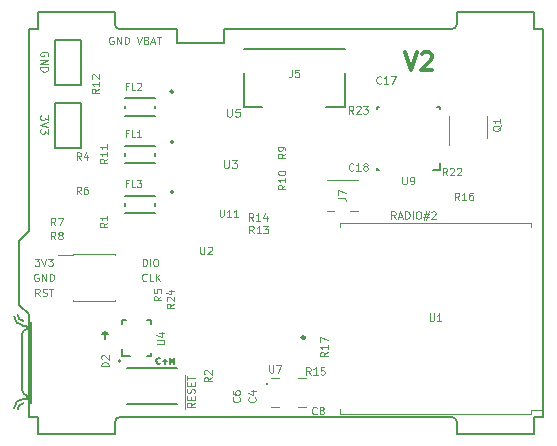
<source format=gbr>
%TF.GenerationSoftware,KiCad,Pcbnew,5.0.2-bee76a0~70~ubuntu18.04.1*%
%TF.CreationDate,2020-02-29T17:46:36-08:00*%
%TF.ProjectId,mainboard,6d61696e-626f-4617-9264-2e6b69636164,rev?*%
%TF.SameCoordinates,Original*%
%TF.FileFunction,Legend,Top*%
%TF.FilePolarity,Positive*%
%FSLAX46Y46*%
G04 Gerber Fmt 4.6, Leading zero omitted, Abs format (unit mm)*
G04 Created by KiCad (PCBNEW 5.0.2-bee76a0~70~ubuntu18.04.1) date Sat 29 Feb 2020 05:46:36 PM PST*
%MOMM*%
%LPD*%
G01*
G04 APERTURE LIST*
%ADD10C,0.300000*%
%ADD11C,0.076200*%
%ADD12C,0.150000*%
%ADD13C,0.127000*%
%ADD14C,0.203200*%
%ADD15C,0.120000*%
%ADD16C,0.100000*%
%ADD17C,0.254000*%
%ADD18C,0.200000*%
%ADD19C,0.152400*%
%ADD20C,0.070000*%
%ADD21C,0.060000*%
G04 APERTURE END LIST*
D10*
X109185714Y-76328571D02*
X109685714Y-77828571D01*
X110185714Y-76328571D01*
X110614285Y-76471428D02*
X110685714Y-76400000D01*
X110828571Y-76328571D01*
X111185714Y-76328571D01*
X111328571Y-76400000D01*
X111400000Y-76471428D01*
X111471428Y-76614285D01*
X111471428Y-76757142D01*
X111400000Y-76971428D01*
X110542857Y-77828571D01*
X111471428Y-77828571D01*
D11*
X78930500Y-76668690D02*
X78960738Y-76608214D01*
X78960738Y-76517500D01*
X78930500Y-76426785D01*
X78870023Y-76366309D01*
X78809547Y-76336071D01*
X78688595Y-76305833D01*
X78597880Y-76305833D01*
X78476928Y-76336071D01*
X78416452Y-76366309D01*
X78355976Y-76426785D01*
X78325738Y-76517500D01*
X78325738Y-76577976D01*
X78355976Y-76668690D01*
X78386214Y-76698928D01*
X78597880Y-76698928D01*
X78597880Y-76577976D01*
X78325738Y-76971071D02*
X78960738Y-76971071D01*
X78325738Y-77333928D01*
X78960738Y-77333928D01*
X78325738Y-77636309D02*
X78960738Y-77636309D01*
X78960738Y-77787500D01*
X78930500Y-77878214D01*
X78870023Y-77938690D01*
X78809547Y-77968928D01*
X78688595Y-77999166D01*
X78597880Y-77999166D01*
X78476928Y-77968928D01*
X78416452Y-77938690D01*
X78355976Y-77878214D01*
X78325738Y-77787500D01*
X78325738Y-77636309D01*
X78960738Y-81700309D02*
X78960738Y-82093404D01*
X78718833Y-81881738D01*
X78718833Y-81972452D01*
X78688595Y-82032928D01*
X78658357Y-82063166D01*
X78597880Y-82093404D01*
X78446690Y-82093404D01*
X78386214Y-82063166D01*
X78355976Y-82032928D01*
X78325738Y-81972452D01*
X78325738Y-81791023D01*
X78355976Y-81730547D01*
X78386214Y-81700309D01*
X78960738Y-82274833D02*
X78325738Y-82486500D01*
X78960738Y-82698166D01*
X78960738Y-82849357D02*
X78960738Y-83242452D01*
X78718833Y-83030785D01*
X78718833Y-83121500D01*
X78688595Y-83181976D01*
X78658357Y-83212214D01*
X78597880Y-83242452D01*
X78446690Y-83242452D01*
X78386214Y-83212214D01*
X78355976Y-83181976D01*
X78325738Y-83121500D01*
X78325738Y-82940071D01*
X78355976Y-82879595D01*
X78386214Y-82849357D01*
D12*
X120902460Y-74415942D02*
X120102459Y-74415941D01*
X85102460Y-74415941D02*
G75*
G02X84602460Y-73915941I0J500000D01*
G01*
X113602459Y-73915941D02*
G75*
G02X113102459Y-74415941I-500000J0D01*
G01*
X113102459Y-107215941D02*
G75*
G02X113602459Y-107715941I0J-500000D01*
G01*
X84602460Y-107715941D02*
G75*
G02X85102460Y-107215941I500000J0D01*
G01*
X77340460Y-91475941D02*
X76502460Y-92313941D01*
X77340460Y-98555940D02*
X76502460Y-97790000D01*
X120102460Y-72915941D02*
X113602460Y-72915941D01*
X113602459Y-107715941D02*
X113602460Y-108715941D01*
X85102460Y-107215941D02*
X113102459Y-107215941D01*
X84602460Y-108715941D02*
X84602460Y-107715941D01*
X113602460Y-108715941D02*
X120102459Y-108715940D01*
X113102459Y-74415941D02*
X93872460Y-74415941D01*
X113602460Y-72915941D02*
X113602459Y-73915941D01*
X78102460Y-72915941D02*
X78102460Y-74415941D01*
X93872460Y-74415941D02*
X93872460Y-75565000D01*
X93872460Y-75565000D02*
X89872460Y-75565000D01*
X78102460Y-74415941D02*
X77340460Y-74415941D01*
X77340460Y-74415941D02*
X77340460Y-91475941D01*
X120102460Y-107215940D02*
X120902460Y-107215940D01*
X120102459Y-74415941D02*
X120102460Y-72915941D01*
X89872460Y-75565000D02*
X89872460Y-74415941D01*
X84602460Y-72915941D02*
X78102460Y-72915941D01*
X84602460Y-73915941D02*
X84602460Y-72915941D01*
X89872460Y-74415941D02*
X85102460Y-74415941D01*
X76502460Y-92313941D02*
X76502460Y-97790000D01*
X120902460Y-107215940D02*
X120902460Y-74415942D01*
X78102460Y-107215940D02*
X78102460Y-108715940D01*
X120102459Y-108715940D02*
X120102460Y-107215940D01*
X77340460Y-98555940D02*
X77340460Y-107215940D01*
X78102460Y-108715940D02*
X84602460Y-108715941D01*
X77340460Y-107215940D02*
X78102460Y-107215940D01*
D13*
X88452476Y-102670428D02*
X88428285Y-102694619D01*
X88355714Y-102718809D01*
X88307333Y-102718809D01*
X88234761Y-102694619D01*
X88186380Y-102646238D01*
X88162190Y-102597857D01*
X88138000Y-102501095D01*
X88138000Y-102428523D01*
X88162190Y-102331761D01*
X88186380Y-102283380D01*
X88234761Y-102235000D01*
X88307333Y-102210809D01*
X88355714Y-102210809D01*
X88428285Y-102235000D01*
X88452476Y-102259190D01*
X88670190Y-102525285D02*
X89057238Y-102525285D01*
X88863714Y-102718809D02*
X88863714Y-102331761D01*
X89299142Y-102718809D02*
X89299142Y-102210809D01*
X89468476Y-102573666D01*
X89637809Y-102210809D01*
X89637809Y-102718809D01*
D11*
X108409014Y-90457261D02*
X108197347Y-90154880D01*
X108046157Y-90457261D02*
X108046157Y-89822261D01*
X108288061Y-89822261D01*
X108348538Y-89852500D01*
X108378776Y-89882738D01*
X108409014Y-89943214D01*
X108409014Y-90033928D01*
X108378776Y-90094404D01*
X108348538Y-90124642D01*
X108288061Y-90154880D01*
X108046157Y-90154880D01*
X108650919Y-90275833D02*
X108953300Y-90275833D01*
X108590442Y-90457261D02*
X108802109Y-89822261D01*
X109013776Y-90457261D01*
X109225442Y-90457261D02*
X109225442Y-89822261D01*
X109376633Y-89822261D01*
X109467347Y-89852500D01*
X109527823Y-89912976D01*
X109558061Y-89973452D01*
X109588300Y-90094404D01*
X109588300Y-90185119D01*
X109558061Y-90306071D01*
X109527823Y-90366547D01*
X109467347Y-90427023D01*
X109376633Y-90457261D01*
X109225442Y-90457261D01*
X109860442Y-90457261D02*
X109860442Y-89822261D01*
X110283776Y-89822261D02*
X110404728Y-89822261D01*
X110465204Y-89852500D01*
X110525680Y-89912976D01*
X110555919Y-90033928D01*
X110555919Y-90245595D01*
X110525680Y-90366547D01*
X110465204Y-90427023D01*
X110404728Y-90457261D01*
X110283776Y-90457261D01*
X110223300Y-90427023D01*
X110162823Y-90366547D01*
X110132585Y-90245595D01*
X110132585Y-90033928D01*
X110162823Y-89912976D01*
X110223300Y-89852500D01*
X110283776Y-89822261D01*
X110797823Y-90033928D02*
X111251395Y-90033928D01*
X110979252Y-89761785D02*
X110797823Y-90578214D01*
X111190919Y-90306071D02*
X110737347Y-90306071D01*
X111009490Y-90578214D02*
X111190919Y-89761785D01*
X111432823Y-89882738D02*
X111463061Y-89852500D01*
X111523538Y-89822261D01*
X111674728Y-89822261D01*
X111735204Y-89852500D01*
X111765442Y-89882738D01*
X111795680Y-89943214D01*
X111795680Y-90003690D01*
X111765442Y-90094404D01*
X111402585Y-90457261D01*
X111795680Y-90457261D01*
X90528140Y-106541509D02*
X90528140Y-105906509D01*
X91371661Y-106027461D02*
X91069280Y-106239128D01*
X91371661Y-106390319D02*
X90736661Y-106390319D01*
X90736661Y-106148414D01*
X90766900Y-106087938D01*
X90797138Y-106057700D01*
X90857614Y-106027461D01*
X90948328Y-106027461D01*
X91008804Y-106057700D01*
X91039042Y-106087938D01*
X91069280Y-106148414D01*
X91069280Y-106390319D01*
X90528140Y-105906509D02*
X90528140Y-105331985D01*
X91039042Y-105755319D02*
X91039042Y-105543652D01*
X91371661Y-105452938D02*
X91371661Y-105755319D01*
X90736661Y-105755319D01*
X90736661Y-105452938D01*
X90528140Y-105331985D02*
X90528140Y-104727223D01*
X91341423Y-105211033D02*
X91371661Y-105120319D01*
X91371661Y-104969128D01*
X91341423Y-104908652D01*
X91311185Y-104878414D01*
X91250709Y-104848176D01*
X91190233Y-104848176D01*
X91129757Y-104878414D01*
X91099519Y-104908652D01*
X91069280Y-104969128D01*
X91039042Y-105090080D01*
X91008804Y-105150557D01*
X90978566Y-105180795D01*
X90918090Y-105211033D01*
X90857614Y-105211033D01*
X90797138Y-105180795D01*
X90766900Y-105150557D01*
X90736661Y-105090080D01*
X90736661Y-104938890D01*
X90766900Y-104848176D01*
X90528140Y-104727223D02*
X90528140Y-104152700D01*
X91039042Y-104576033D02*
X91039042Y-104364366D01*
X91371661Y-104273652D02*
X91371661Y-104576033D01*
X90736661Y-104576033D01*
X90736661Y-104273652D01*
X90528140Y-104152700D02*
X90528140Y-103668890D01*
X90736661Y-104092223D02*
X90736661Y-103729366D01*
X91371661Y-103910795D02*
X90736661Y-103910795D01*
X84479190Y-75057000D02*
X84418714Y-75026761D01*
X84328000Y-75026761D01*
X84237285Y-75057000D01*
X84176809Y-75117476D01*
X84146571Y-75177952D01*
X84116333Y-75298904D01*
X84116333Y-75389619D01*
X84146571Y-75510571D01*
X84176809Y-75571047D01*
X84237285Y-75631523D01*
X84328000Y-75661761D01*
X84388476Y-75661761D01*
X84479190Y-75631523D01*
X84509428Y-75601285D01*
X84509428Y-75389619D01*
X84388476Y-75389619D01*
X84781571Y-75661761D02*
X84781571Y-75026761D01*
X85144428Y-75661761D01*
X85144428Y-75026761D01*
X85446809Y-75661761D02*
X85446809Y-75026761D01*
X85598000Y-75026761D01*
X85688714Y-75057000D01*
X85749190Y-75117476D01*
X85779428Y-75177952D01*
X85809666Y-75298904D01*
X85809666Y-75389619D01*
X85779428Y-75510571D01*
X85749190Y-75571047D01*
X85688714Y-75631523D01*
X85598000Y-75661761D01*
X85446809Y-75661761D01*
X86459785Y-75026761D02*
X86671452Y-75661761D01*
X86883119Y-75026761D01*
X87306452Y-75329142D02*
X87397166Y-75359380D01*
X87427404Y-75389619D01*
X87457642Y-75450095D01*
X87457642Y-75540809D01*
X87427404Y-75601285D01*
X87397166Y-75631523D01*
X87336690Y-75661761D01*
X87094785Y-75661761D01*
X87094785Y-75026761D01*
X87306452Y-75026761D01*
X87366928Y-75057000D01*
X87397166Y-75087238D01*
X87427404Y-75147714D01*
X87427404Y-75208190D01*
X87397166Y-75268666D01*
X87366928Y-75298904D01*
X87306452Y-75329142D01*
X87094785Y-75329142D01*
X87699547Y-75480333D02*
X88001928Y-75480333D01*
X87639071Y-75661761D02*
X87850738Y-75026761D01*
X88062404Y-75661761D01*
X88183357Y-75026761D02*
X88546214Y-75026761D01*
X88364785Y-75661761D02*
X88364785Y-75026761D01*
X78265261Y-96997761D02*
X78053595Y-96695380D01*
X77902404Y-96997761D02*
X77902404Y-96362761D01*
X78144309Y-96362761D01*
X78204785Y-96393000D01*
X78235023Y-96423238D01*
X78265261Y-96483714D01*
X78265261Y-96574428D01*
X78235023Y-96634904D01*
X78204785Y-96665142D01*
X78144309Y-96695380D01*
X77902404Y-96695380D01*
X78507166Y-96967523D02*
X78597880Y-96997761D01*
X78749071Y-96997761D01*
X78809547Y-96967523D01*
X78839785Y-96937285D01*
X78870023Y-96876809D01*
X78870023Y-96816333D01*
X78839785Y-96755857D01*
X78809547Y-96725619D01*
X78749071Y-96695380D01*
X78628119Y-96665142D01*
X78567642Y-96634904D01*
X78537404Y-96604666D01*
X78507166Y-96544190D01*
X78507166Y-96483714D01*
X78537404Y-96423238D01*
X78567642Y-96393000D01*
X78628119Y-96362761D01*
X78779309Y-96362761D01*
X78870023Y-96393000D01*
X79051452Y-96362761D02*
X79414309Y-96362761D01*
X79232880Y-96997761D02*
X79232880Y-96362761D01*
D14*
X85090000Y-102489000D02*
G75*
G03X85090000Y-102489000I-63500J0D01*
G01*
D11*
X78129190Y-95123000D02*
X78068714Y-95092761D01*
X77978000Y-95092761D01*
X77887285Y-95123000D01*
X77826809Y-95183476D01*
X77796571Y-95243952D01*
X77766333Y-95364904D01*
X77766333Y-95455619D01*
X77796571Y-95576571D01*
X77826809Y-95637047D01*
X77887285Y-95697523D01*
X77978000Y-95727761D01*
X78038476Y-95727761D01*
X78129190Y-95697523D01*
X78159428Y-95667285D01*
X78159428Y-95455619D01*
X78038476Y-95455619D01*
X78431571Y-95727761D02*
X78431571Y-95092761D01*
X78794428Y-95727761D01*
X78794428Y-95092761D01*
X79096809Y-95727761D02*
X79096809Y-95092761D01*
X79248000Y-95092761D01*
X79338714Y-95123000D01*
X79399190Y-95183476D01*
X79429428Y-95243952D01*
X79459666Y-95364904D01*
X79459666Y-95455619D01*
X79429428Y-95576571D01*
X79399190Y-95637047D01*
X79338714Y-95697523D01*
X79248000Y-95727761D01*
X79096809Y-95727761D01*
D14*
X83809840Y-100647500D02*
X83809840Y-100203000D01*
D12*
X83555840Y-100203000D02*
X83809840Y-99999800D01*
X83809840Y-99999800D02*
X84063840Y-100203000D01*
X84063840Y-100203000D02*
X83860640Y-100203000D01*
X83809840Y-100203000D02*
X83555840Y-100203000D01*
D11*
X77826809Y-93822761D02*
X78219904Y-93822761D01*
X78008238Y-94064666D01*
X78098952Y-94064666D01*
X78159428Y-94094904D01*
X78189666Y-94125142D01*
X78219904Y-94185619D01*
X78219904Y-94336809D01*
X78189666Y-94397285D01*
X78159428Y-94427523D01*
X78098952Y-94457761D01*
X77917523Y-94457761D01*
X77857047Y-94427523D01*
X77826809Y-94397285D01*
X78401333Y-93822761D02*
X78613000Y-94457761D01*
X78824666Y-93822761D01*
X78975857Y-93822761D02*
X79368952Y-93822761D01*
X79157285Y-94064666D01*
X79248000Y-94064666D01*
X79308476Y-94094904D01*
X79338714Y-94125142D01*
X79368952Y-94185619D01*
X79368952Y-94336809D01*
X79338714Y-94397285D01*
X79308476Y-94427523D01*
X79248000Y-94457761D01*
X79066571Y-94457761D01*
X79006095Y-94427523D01*
X78975857Y-94397285D01*
X87315523Y-95667285D02*
X87285285Y-95697523D01*
X87194571Y-95727761D01*
X87134095Y-95727761D01*
X87043380Y-95697523D01*
X86982904Y-95637047D01*
X86952666Y-95576571D01*
X86922428Y-95455619D01*
X86922428Y-95364904D01*
X86952666Y-95243952D01*
X86982904Y-95183476D01*
X87043380Y-95123000D01*
X87134095Y-95092761D01*
X87194571Y-95092761D01*
X87285285Y-95123000D01*
X87315523Y-95153238D01*
X87890047Y-95727761D02*
X87587666Y-95727761D01*
X87587666Y-95092761D01*
X88101714Y-95727761D02*
X88101714Y-95092761D01*
X88464571Y-95727761D02*
X88192428Y-95364904D01*
X88464571Y-95092761D02*
X88101714Y-95455619D01*
X86979880Y-94457761D02*
X86979880Y-93822761D01*
X87131071Y-93822761D01*
X87221785Y-93853000D01*
X87282261Y-93913476D01*
X87312500Y-93973952D01*
X87342738Y-94094904D01*
X87342738Y-94185619D01*
X87312500Y-94306571D01*
X87282261Y-94367047D01*
X87221785Y-94427523D01*
X87131071Y-94457761D01*
X86979880Y-94457761D01*
X87614880Y-94457761D02*
X87614880Y-93822761D01*
X88038214Y-93822761D02*
X88159166Y-93822761D01*
X88219642Y-93853000D01*
X88280119Y-93913476D01*
X88310357Y-94034428D01*
X88310357Y-94246095D01*
X88280119Y-94367047D01*
X88219642Y-94427523D01*
X88159166Y-94457761D01*
X88038214Y-94457761D01*
X87977738Y-94427523D01*
X87917261Y-94367047D01*
X87887023Y-94246095D01*
X87887023Y-94034428D01*
X87917261Y-93913476D01*
X87977738Y-93853000D01*
X88038214Y-93822761D01*
D12*
X81745000Y-79100000D02*
X79545000Y-79100000D01*
X81745000Y-75300000D02*
X81745000Y-79100000D01*
X79545000Y-75300000D02*
X81745000Y-75300000D01*
X79545000Y-79100000D02*
X79545000Y-75300000D01*
X81745000Y-84450000D02*
X79545000Y-84450000D01*
X81745000Y-80650000D02*
X81745000Y-84450000D01*
X79545000Y-80650000D02*
X81745000Y-80650000D01*
X79545000Y-84450000D02*
X79545000Y-80650000D01*
D14*
X112117500Y-86330000D02*
X111558700Y-86330000D01*
X112117500Y-85771200D02*
X112117500Y-86330000D01*
X106986700Y-86330000D02*
X106783500Y-86330000D01*
X106783500Y-86126800D02*
X106783500Y-86330000D01*
X106783500Y-80996000D02*
X106783500Y-81199200D01*
X106986700Y-80996000D02*
X106783500Y-80996000D01*
X112117500Y-80996000D02*
X112117500Y-81199200D01*
X112117500Y-80996000D02*
X111914300Y-80996000D01*
D15*
X112880500Y-81777000D02*
X112880500Y-84227000D01*
X116100500Y-83577000D02*
X116100500Y-81777000D01*
X84632500Y-97340500D02*
X84632500Y-97405500D01*
X81102500Y-97340500D02*
X81102500Y-97405500D01*
X84632500Y-93475500D02*
X84632500Y-93540500D01*
X81102500Y-93475500D02*
X81102500Y-93540500D01*
X79777500Y-93540500D02*
X81102500Y-93540500D01*
X81102500Y-97405500D02*
X84632500Y-97405500D01*
X81102500Y-93475500D02*
X84632500Y-93475500D01*
D16*
X105186000Y-89768200D02*
X104567330Y-89768200D01*
X102586000Y-89768200D02*
X103204670Y-89768200D01*
X102586000Y-87168200D02*
X105186000Y-87168200D01*
D17*
X100697800Y-100515300D02*
G75*
G03X100697800Y-100515300I-125000J0D01*
G01*
D15*
X119860000Y-106982200D02*
X103660000Y-106982200D01*
X103660000Y-106982200D02*
X103660000Y-106582200D01*
X119860000Y-91182200D02*
X119860000Y-90782200D01*
X119860000Y-90782200D02*
X103660000Y-90782200D01*
X103660000Y-90782200D02*
X103660000Y-91182200D01*
X119860000Y-106982200D02*
X119860000Y-106632200D01*
X119860000Y-106632200D02*
X120760000Y-106632200D01*
D16*
X97514000Y-104406000D02*
G75*
G02X97414000Y-104406000I-50000J0D01*
G01*
X97414000Y-104406000D02*
G75*
G02X97514000Y-104406000I50000J0D01*
G01*
X97414000Y-104406000D02*
X97414000Y-104406000D01*
X97514000Y-104406000D02*
X97514000Y-104406000D01*
X98514000Y-103906000D02*
X97814000Y-103906000D01*
X100814000Y-103906000D02*
X100114000Y-103906000D01*
X100114000Y-106406000D02*
X100814000Y-106406000D01*
X98514000Y-106406000D02*
X97814000Y-106406000D01*
D18*
X104072000Y-76082500D02*
X95572000Y-76082500D01*
X104072000Y-80962500D02*
X104072000Y-78112500D01*
X95572000Y-80962500D02*
X95572000Y-78112500D01*
X104072000Y-80962500D02*
X102522000Y-80962500D01*
X95572000Y-80962500D02*
X97122000Y-80962500D01*
D13*
X76887300Y-99088700D02*
X76837300Y-99088700D01*
X77537300Y-99159700D02*
X77537300Y-106017700D01*
X76887300Y-99088700D02*
G75*
G02X76387300Y-98588700I0J500000D01*
G01*
X76087300Y-98688700D02*
G75*
G03X76887300Y-99488700I800000J0D01*
G01*
X76887300Y-99488700D02*
X77187300Y-99488700D01*
X77187300Y-99488700D02*
X77187300Y-99788700D01*
X77187300Y-99788700D02*
G75*
G03X76787300Y-100188700I0J-400000D01*
G01*
X76887300Y-106088700D02*
X76837300Y-106088700D01*
X76887300Y-106088700D02*
G75*
G03X76387300Y-106588700I0J-500000D01*
G01*
X76087300Y-106488700D02*
G75*
G02X76887300Y-105688700I800000J0D01*
G01*
X76887300Y-105688700D02*
X77187300Y-105688700D01*
X77187300Y-105688700D02*
X77187300Y-105388700D01*
X77187300Y-105388700D02*
G75*
G02X76787300Y-104988700I0J400000D01*
G01*
X76787300Y-100188700D02*
X76787300Y-104888700D01*
D19*
X87711999Y-102109001D02*
X87711999Y-101784000D01*
X87711999Y-102109001D02*
X87386998Y-102109001D01*
X87711999Y-99058999D02*
X87386998Y-99058999D01*
X87711999Y-99384000D02*
X87711999Y-99058999D01*
X85587002Y-99058999D02*
X85262001Y-99058999D01*
X85262001Y-99384000D02*
X85262001Y-99058999D01*
X85887001Y-102109001D02*
X85262001Y-102109001D01*
X85262001Y-102109001D02*
X85262001Y-101484001D01*
D14*
X89857000Y-106173400D02*
X85657000Y-106173400D01*
X85657000Y-103122600D02*
X89857000Y-103122600D01*
D12*
X88000000Y-85750000D02*
X85500000Y-85750000D01*
X85500000Y-84250000D02*
X88000000Y-84250000D01*
X85500000Y-85100000D02*
X85500000Y-84900000D01*
X88000000Y-85100000D02*
X88000000Y-84900000D01*
X88000000Y-81750000D02*
X85500000Y-81750000D01*
X85500000Y-80250000D02*
X88000000Y-80250000D01*
X85500000Y-81100000D02*
X85500000Y-80900000D01*
X88000000Y-81100000D02*
X88000000Y-80900000D01*
X88000000Y-89350000D02*
X88000000Y-89150000D01*
X85500000Y-89350000D02*
X85500000Y-89150000D01*
X85500000Y-88500000D02*
X88000000Y-88500000D01*
X88000000Y-90000000D02*
X85500000Y-90000000D01*
X89591421Y-83950000D02*
G75*
G03X89591421Y-83950000I-141421J0D01*
G01*
X89591421Y-79700000D02*
G75*
G03X89591421Y-79700000I-141421J0D01*
G01*
X89591421Y-88200000D02*
G75*
G03X89591421Y-88200000I-141421J0D01*
G01*
D11*
X108976220Y-86901261D02*
X108976220Y-87415309D01*
X109006458Y-87475785D01*
X109036696Y-87506023D01*
X109097172Y-87536261D01*
X109218125Y-87536261D01*
X109278601Y-87506023D01*
X109308839Y-87475785D01*
X109339077Y-87415309D01*
X109339077Y-86901261D01*
X109671696Y-87536261D02*
X109792649Y-87536261D01*
X109853125Y-87506023D01*
X109883363Y-87475785D01*
X109943839Y-87385071D01*
X109974077Y-87264119D01*
X109974077Y-87022214D01*
X109943839Y-86961738D01*
X109913601Y-86931500D01*
X109853125Y-86901261D01*
X109732172Y-86901261D01*
X109671696Y-86931500D01*
X109641458Y-86961738D01*
X109611220Y-87022214D01*
X109611220Y-87173404D01*
X109641458Y-87233880D01*
X109671696Y-87264119D01*
X109732172Y-87294357D01*
X109853125Y-87294357D01*
X109913601Y-87264119D01*
X109943839Y-87233880D01*
X109974077Y-87173404D01*
X104825785Y-81540261D02*
X104614119Y-81237880D01*
X104462928Y-81540261D02*
X104462928Y-80905261D01*
X104704833Y-80905261D01*
X104765309Y-80935500D01*
X104795547Y-80965738D01*
X104825785Y-81026214D01*
X104825785Y-81116928D01*
X104795547Y-81177404D01*
X104765309Y-81207642D01*
X104704833Y-81237880D01*
X104462928Y-81237880D01*
X105067690Y-80965738D02*
X105097928Y-80935500D01*
X105158404Y-80905261D01*
X105309595Y-80905261D01*
X105370071Y-80935500D01*
X105400309Y-80965738D01*
X105430547Y-81026214D01*
X105430547Y-81086690D01*
X105400309Y-81177404D01*
X105037452Y-81540261D01*
X105430547Y-81540261D01*
X105642214Y-80905261D02*
X106035309Y-80905261D01*
X105823642Y-81147166D01*
X105914357Y-81147166D01*
X105974833Y-81177404D01*
X106005071Y-81207642D01*
X106035309Y-81268119D01*
X106035309Y-81419309D01*
X106005071Y-81479785D01*
X105974833Y-81510023D01*
X105914357Y-81540261D01*
X105732928Y-81540261D01*
X105672452Y-81510023D01*
X105642214Y-81479785D01*
X112748785Y-86774261D02*
X112537119Y-86471880D01*
X112385928Y-86774261D02*
X112385928Y-86139261D01*
X112627833Y-86139261D01*
X112688309Y-86169500D01*
X112718547Y-86199738D01*
X112748785Y-86260214D01*
X112748785Y-86350928D01*
X112718547Y-86411404D01*
X112688309Y-86441642D01*
X112627833Y-86471880D01*
X112385928Y-86471880D01*
X112990690Y-86199738D02*
X113020928Y-86169500D01*
X113081404Y-86139261D01*
X113232595Y-86139261D01*
X113293071Y-86169500D01*
X113323309Y-86199738D01*
X113353547Y-86260214D01*
X113353547Y-86320690D01*
X113323309Y-86411404D01*
X112960452Y-86774261D01*
X113353547Y-86774261D01*
X113595452Y-86199738D02*
X113625690Y-86169500D01*
X113686166Y-86139261D01*
X113837357Y-86139261D01*
X113897833Y-86169500D01*
X113928071Y-86199738D01*
X113958309Y-86260214D01*
X113958309Y-86320690D01*
X113928071Y-86411404D01*
X113565214Y-86774261D01*
X113958309Y-86774261D01*
X117314738Y-82546976D02*
X117284500Y-82607452D01*
X117224023Y-82667928D01*
X117133309Y-82758642D01*
X117103071Y-82819119D01*
X117103071Y-82879595D01*
X117254261Y-82849357D02*
X117224023Y-82909833D01*
X117163547Y-82970309D01*
X117042595Y-83000547D01*
X116830928Y-83000547D01*
X116709976Y-82970309D01*
X116649500Y-82909833D01*
X116619261Y-82849357D01*
X116619261Y-82728404D01*
X116649500Y-82667928D01*
X116709976Y-82607452D01*
X116830928Y-82577214D01*
X117042595Y-82577214D01*
X117163547Y-82607452D01*
X117224023Y-82667928D01*
X117254261Y-82728404D01*
X117254261Y-82849357D01*
X117254261Y-81972452D02*
X117254261Y-82335309D01*
X117254261Y-82153880D02*
X116619261Y-82153880D01*
X116709976Y-82214357D01*
X116770452Y-82274833D01*
X116800690Y-82335309D01*
X107160785Y-78960785D02*
X107130547Y-78991023D01*
X107039833Y-79021261D01*
X106979357Y-79021261D01*
X106888642Y-78991023D01*
X106828166Y-78930547D01*
X106797928Y-78870071D01*
X106767690Y-78749119D01*
X106767690Y-78658404D01*
X106797928Y-78537452D01*
X106828166Y-78476976D01*
X106888642Y-78416500D01*
X106979357Y-78386261D01*
X107039833Y-78386261D01*
X107130547Y-78416500D01*
X107160785Y-78446738D01*
X107765547Y-79021261D02*
X107402690Y-79021261D01*
X107584119Y-79021261D02*
X107584119Y-78386261D01*
X107523642Y-78476976D01*
X107463166Y-78537452D01*
X107402690Y-78567690D01*
X107977214Y-78386261D02*
X108400547Y-78386261D01*
X108128404Y-79021261D01*
X104825785Y-86319785D02*
X104795547Y-86350023D01*
X104704833Y-86380261D01*
X104644357Y-86380261D01*
X104553642Y-86350023D01*
X104493166Y-86289547D01*
X104462928Y-86229071D01*
X104432690Y-86108119D01*
X104432690Y-86017404D01*
X104462928Y-85896452D01*
X104493166Y-85835976D01*
X104553642Y-85775500D01*
X104644357Y-85745261D01*
X104704833Y-85745261D01*
X104795547Y-85775500D01*
X104825785Y-85805738D01*
X105430547Y-86380261D02*
X105067690Y-86380261D01*
X105249119Y-86380261D02*
X105249119Y-85745261D01*
X105188642Y-85835976D01*
X105128166Y-85896452D01*
X105067690Y-85926690D01*
X105793404Y-86017404D02*
X105732928Y-85987166D01*
X105702690Y-85956928D01*
X105672452Y-85896452D01*
X105672452Y-85866214D01*
X105702690Y-85805738D01*
X105732928Y-85775500D01*
X105793404Y-85745261D01*
X105914357Y-85745261D01*
X105974833Y-85775500D01*
X106005071Y-85805738D01*
X106035309Y-85866214D01*
X106035309Y-85896452D01*
X106005071Y-85956928D01*
X105974833Y-85987166D01*
X105914357Y-86017404D01*
X105793404Y-86017404D01*
X105732928Y-86047642D01*
X105702690Y-86077880D01*
X105672452Y-86138357D01*
X105672452Y-86259309D01*
X105702690Y-86319785D01*
X105732928Y-86350023D01*
X105793404Y-86380261D01*
X105914357Y-86380261D01*
X105974833Y-86350023D01*
X106005071Y-86319785D01*
X106035309Y-86259309D01*
X106035309Y-86138357D01*
X106005071Y-86077880D01*
X105974833Y-86047642D01*
X105914357Y-86017404D01*
X102649261Y-101718214D02*
X102346880Y-101929880D01*
X102649261Y-102081071D02*
X102014261Y-102081071D01*
X102014261Y-101839166D01*
X102044500Y-101778690D01*
X102074738Y-101748452D01*
X102135214Y-101718214D01*
X102225928Y-101718214D01*
X102286404Y-101748452D01*
X102316642Y-101778690D01*
X102346880Y-101839166D01*
X102346880Y-102081071D01*
X102649261Y-101113452D02*
X102649261Y-101476309D01*
X102649261Y-101294880D02*
X102014261Y-101294880D01*
X102104976Y-101355357D01*
X102165452Y-101415833D01*
X102195690Y-101476309D01*
X102014261Y-100901785D02*
X102014261Y-100478452D01*
X102649261Y-100750595D01*
X113764785Y-88869761D02*
X113553119Y-88567380D01*
X113401928Y-88869761D02*
X113401928Y-88234761D01*
X113643833Y-88234761D01*
X113704309Y-88265000D01*
X113734547Y-88295238D01*
X113764785Y-88355714D01*
X113764785Y-88446428D01*
X113734547Y-88506904D01*
X113704309Y-88537142D01*
X113643833Y-88567380D01*
X113401928Y-88567380D01*
X114369547Y-88869761D02*
X114006690Y-88869761D01*
X114188119Y-88869761D02*
X114188119Y-88234761D01*
X114127642Y-88325476D01*
X114067166Y-88385952D01*
X114006690Y-88416190D01*
X114913833Y-88234761D02*
X114792880Y-88234761D01*
X114732404Y-88265000D01*
X114702166Y-88295238D01*
X114641690Y-88385952D01*
X114611452Y-88506904D01*
X114611452Y-88748809D01*
X114641690Y-88809285D01*
X114671928Y-88839523D01*
X114732404Y-88869761D01*
X114853357Y-88869761D01*
X114913833Y-88839523D01*
X114944071Y-88809285D01*
X114974309Y-88748809D01*
X114974309Y-88597619D01*
X114944071Y-88537142D01*
X114913833Y-88506904D01*
X114853357Y-88476666D01*
X114732404Y-88476666D01*
X114671928Y-88506904D01*
X114641690Y-88537142D01*
X114611452Y-88597619D01*
X101191785Y-103665261D02*
X100980119Y-103362880D01*
X100828928Y-103665261D02*
X100828928Y-103030261D01*
X101070833Y-103030261D01*
X101131309Y-103060500D01*
X101161547Y-103090738D01*
X101191785Y-103151214D01*
X101191785Y-103241928D01*
X101161547Y-103302404D01*
X101131309Y-103332642D01*
X101070833Y-103362880D01*
X100828928Y-103362880D01*
X101796547Y-103665261D02*
X101433690Y-103665261D01*
X101615119Y-103665261D02*
X101615119Y-103030261D01*
X101554642Y-103120976D01*
X101494166Y-103181452D01*
X101433690Y-103211690D01*
X102371071Y-103030261D02*
X102068690Y-103030261D01*
X102038452Y-103332642D01*
X102068690Y-103302404D01*
X102129166Y-103272166D01*
X102280357Y-103272166D01*
X102340833Y-103302404D01*
X102371071Y-103332642D01*
X102401309Y-103393119D01*
X102401309Y-103544309D01*
X102371071Y-103604785D01*
X102340833Y-103635023D01*
X102280357Y-103665261D01*
X102129166Y-103665261D01*
X102068690Y-103635023D01*
X102038452Y-103604785D01*
X96341785Y-90626761D02*
X96130119Y-90324380D01*
X95978928Y-90626761D02*
X95978928Y-89991761D01*
X96220833Y-89991761D01*
X96281309Y-90022000D01*
X96311547Y-90052238D01*
X96341785Y-90112714D01*
X96341785Y-90203428D01*
X96311547Y-90263904D01*
X96281309Y-90294142D01*
X96220833Y-90324380D01*
X95978928Y-90324380D01*
X96946547Y-90626761D02*
X96583690Y-90626761D01*
X96765119Y-90626761D02*
X96765119Y-89991761D01*
X96704642Y-90082476D01*
X96644166Y-90142952D01*
X96583690Y-90173190D01*
X97490833Y-90203428D02*
X97490833Y-90626761D01*
X97339642Y-89961523D02*
X97188452Y-90415095D01*
X97581547Y-90415095D01*
X96377285Y-91689761D02*
X96165619Y-91387380D01*
X96014428Y-91689761D02*
X96014428Y-91054761D01*
X96256333Y-91054761D01*
X96316809Y-91085000D01*
X96347047Y-91115238D01*
X96377285Y-91175714D01*
X96377285Y-91266428D01*
X96347047Y-91326904D01*
X96316809Y-91357142D01*
X96256333Y-91387380D01*
X96014428Y-91387380D01*
X96982047Y-91689761D02*
X96619190Y-91689761D01*
X96800619Y-91689761D02*
X96800619Y-91054761D01*
X96740142Y-91145476D01*
X96679666Y-91205952D01*
X96619190Y-91236190D01*
X97193714Y-91054761D02*
X97586809Y-91054761D01*
X97375142Y-91296666D01*
X97465857Y-91296666D01*
X97526333Y-91326904D01*
X97556571Y-91357142D01*
X97586809Y-91417619D01*
X97586809Y-91568809D01*
X97556571Y-91629285D01*
X97526333Y-91659523D01*
X97465857Y-91689761D01*
X97284428Y-91689761D01*
X97223952Y-91659523D01*
X97193714Y-91629285D01*
X83980261Y-90783833D02*
X83677880Y-90995500D01*
X83980261Y-91146690D02*
X83345261Y-91146690D01*
X83345261Y-90904785D01*
X83375500Y-90844309D01*
X83405738Y-90814071D01*
X83466214Y-90783833D01*
X83556928Y-90783833D01*
X83617404Y-90814071D01*
X83647642Y-90844309D01*
X83677880Y-90904785D01*
X83677880Y-91146690D01*
X83980261Y-90179071D02*
X83980261Y-90541928D01*
X83980261Y-90360500D02*
X83345261Y-90360500D01*
X83435976Y-90420976D01*
X83496452Y-90481452D01*
X83526690Y-90541928D01*
X83980261Y-85371214D02*
X83677880Y-85582880D01*
X83980261Y-85734071D02*
X83345261Y-85734071D01*
X83345261Y-85492166D01*
X83375500Y-85431690D01*
X83405738Y-85401452D01*
X83466214Y-85371214D01*
X83556928Y-85371214D01*
X83617404Y-85401452D01*
X83647642Y-85431690D01*
X83677880Y-85492166D01*
X83677880Y-85734071D01*
X83980261Y-84766452D02*
X83980261Y-85129309D01*
X83980261Y-84947880D02*
X83345261Y-84947880D01*
X83435976Y-85008357D01*
X83496452Y-85068833D01*
X83526690Y-85129309D01*
X83980261Y-84161690D02*
X83980261Y-84524547D01*
X83980261Y-84343119D02*
X83345261Y-84343119D01*
X83435976Y-84403595D01*
X83496452Y-84464071D01*
X83526690Y-84524547D01*
X83287261Y-79439714D02*
X82984880Y-79651380D01*
X83287261Y-79802571D02*
X82652261Y-79802571D01*
X82652261Y-79560666D01*
X82682500Y-79500190D01*
X82712738Y-79469952D01*
X82773214Y-79439714D01*
X82863928Y-79439714D01*
X82924404Y-79469952D01*
X82954642Y-79500190D01*
X82984880Y-79560666D01*
X82984880Y-79802571D01*
X83287261Y-78834952D02*
X83287261Y-79197809D01*
X83287261Y-79016380D02*
X82652261Y-79016380D01*
X82742976Y-79076857D01*
X82803452Y-79137333D01*
X82833690Y-79197809D01*
X82712738Y-78593047D02*
X82682500Y-78562809D01*
X82652261Y-78502333D01*
X82652261Y-78351142D01*
X82682500Y-78290666D01*
X82712738Y-78260428D01*
X82773214Y-78230190D01*
X82833690Y-78230190D01*
X82924404Y-78260428D01*
X83287261Y-78623285D01*
X83287261Y-78230190D01*
X99066261Y-87593714D02*
X98763880Y-87805380D01*
X99066261Y-87956571D02*
X98431261Y-87956571D01*
X98431261Y-87714666D01*
X98461500Y-87654190D01*
X98491738Y-87623952D01*
X98552214Y-87593714D01*
X98642928Y-87593714D01*
X98703404Y-87623952D01*
X98733642Y-87654190D01*
X98763880Y-87714666D01*
X98763880Y-87956571D01*
X99066261Y-86988952D02*
X99066261Y-87351809D01*
X99066261Y-87170380D02*
X98431261Y-87170380D01*
X98521976Y-87230857D01*
X98582452Y-87291333D01*
X98612690Y-87351809D01*
X98431261Y-86595857D02*
X98431261Y-86535380D01*
X98461500Y-86474904D01*
X98491738Y-86444666D01*
X98552214Y-86414428D01*
X98673166Y-86384190D01*
X98824357Y-86384190D01*
X98945309Y-86414428D01*
X99005785Y-86444666D01*
X99036023Y-86474904D01*
X99066261Y-86535380D01*
X99066261Y-86595857D01*
X99036023Y-86656333D01*
X99005785Y-86686571D01*
X98945309Y-86716809D01*
X98824357Y-86747047D01*
X98673166Y-86747047D01*
X98552214Y-86716809D01*
X98491738Y-86686571D01*
X98461500Y-86656333D01*
X98431261Y-86595857D01*
X99066261Y-84941833D02*
X98763880Y-85153500D01*
X99066261Y-85304690D02*
X98431261Y-85304690D01*
X98431261Y-85062785D01*
X98461500Y-85002309D01*
X98491738Y-84972071D01*
X98552214Y-84941833D01*
X98642928Y-84941833D01*
X98703404Y-84972071D01*
X98733642Y-85002309D01*
X98763880Y-85062785D01*
X98763880Y-85304690D01*
X99066261Y-84639452D02*
X99066261Y-84518500D01*
X99036023Y-84458023D01*
X99005785Y-84427785D01*
X98915071Y-84367309D01*
X98794119Y-84337071D01*
X98552214Y-84337071D01*
X98491738Y-84367309D01*
X98461500Y-84397547D01*
X98431261Y-84458023D01*
X98431261Y-84578976D01*
X98461500Y-84639452D01*
X98491738Y-84669690D01*
X98552214Y-84699928D01*
X98703404Y-84699928D01*
X98763880Y-84669690D01*
X98794119Y-84639452D01*
X98824357Y-84578976D01*
X98824357Y-84458023D01*
X98794119Y-84397547D01*
X98763880Y-84367309D01*
X98703404Y-84337071D01*
X103538261Y-88679866D02*
X103991833Y-88679866D01*
X104082547Y-88710104D01*
X104143023Y-88770580D01*
X104173261Y-88861295D01*
X104173261Y-88921771D01*
X103538261Y-88437961D02*
X103538261Y-88014628D01*
X104173261Y-88286771D01*
X92806761Y-103864833D02*
X92504380Y-104076500D01*
X92806761Y-104227690D02*
X92171761Y-104227690D01*
X92171761Y-103985785D01*
X92202000Y-103925309D01*
X92232238Y-103895071D01*
X92292714Y-103864833D01*
X92383428Y-103864833D01*
X92443904Y-103895071D01*
X92474142Y-103925309D01*
X92504380Y-103985785D01*
X92504380Y-104227690D01*
X92232238Y-103622928D02*
X92202000Y-103592690D01*
X92171761Y-103532214D01*
X92171761Y-103381023D01*
X92202000Y-103320547D01*
X92232238Y-103290309D01*
X92292714Y-103260071D01*
X92353190Y-103260071D01*
X92443904Y-103290309D01*
X92806761Y-103653166D01*
X92806761Y-103260071D01*
X91845190Y-92806761D02*
X91845190Y-93320809D01*
X91875428Y-93381285D01*
X91905666Y-93411523D01*
X91966142Y-93441761D01*
X92087095Y-93441761D01*
X92147571Y-93411523D01*
X92177809Y-93381285D01*
X92208047Y-93320809D01*
X92208047Y-92806761D01*
X92480190Y-92867238D02*
X92510428Y-92837000D01*
X92570904Y-92806761D01*
X92722095Y-92806761D01*
X92782571Y-92837000D01*
X92812809Y-92867238D01*
X92843047Y-92927714D01*
X92843047Y-92988190D01*
X92812809Y-93078904D01*
X92449952Y-93441761D01*
X92843047Y-93441761D01*
X111276190Y-98470961D02*
X111276190Y-98985009D01*
X111306428Y-99045485D01*
X111336666Y-99075723D01*
X111397142Y-99105961D01*
X111518095Y-99105961D01*
X111578571Y-99075723D01*
X111608809Y-99045485D01*
X111639047Y-98985009D01*
X111639047Y-98470961D01*
X112274047Y-99105961D02*
X111911190Y-99105961D01*
X112092619Y-99105961D02*
X112092619Y-98470961D01*
X112032142Y-98561676D01*
X111971666Y-98622152D01*
X111911190Y-98652390D01*
X97687190Y-102839761D02*
X97687190Y-103353809D01*
X97717428Y-103414285D01*
X97747666Y-103444523D01*
X97808142Y-103474761D01*
X97929095Y-103474761D01*
X97989571Y-103444523D01*
X98019809Y-103414285D01*
X98050047Y-103353809D01*
X98050047Y-102839761D01*
X98291952Y-102839761D02*
X98715285Y-102839761D01*
X98443142Y-103474761D01*
X81745666Y-85467761D02*
X81534000Y-85165380D01*
X81382809Y-85467761D02*
X81382809Y-84832761D01*
X81624714Y-84832761D01*
X81685190Y-84863000D01*
X81715428Y-84893238D01*
X81745666Y-84953714D01*
X81745666Y-85044428D01*
X81715428Y-85104904D01*
X81685190Y-85135142D01*
X81624714Y-85165380D01*
X81382809Y-85165380D01*
X82289952Y-85044428D02*
X82289952Y-85467761D01*
X82138761Y-84802523D02*
X81987571Y-85256095D01*
X82380666Y-85256095D01*
X101714166Y-106956785D02*
X101683928Y-106987023D01*
X101593214Y-107017261D01*
X101532738Y-107017261D01*
X101442023Y-106987023D01*
X101381547Y-106926547D01*
X101351309Y-106866071D01*
X101321071Y-106745119D01*
X101321071Y-106654404D01*
X101351309Y-106533452D01*
X101381547Y-106472976D01*
X101442023Y-106412500D01*
X101532738Y-106382261D01*
X101593214Y-106382261D01*
X101683928Y-106412500D01*
X101714166Y-106442738D01*
X102077023Y-106654404D02*
X102016547Y-106624166D01*
X101986309Y-106593928D01*
X101956071Y-106533452D01*
X101956071Y-106503214D01*
X101986309Y-106442738D01*
X102016547Y-106412500D01*
X102077023Y-106382261D01*
X102197976Y-106382261D01*
X102258452Y-106412500D01*
X102288690Y-106442738D01*
X102318928Y-106503214D01*
X102318928Y-106533452D01*
X102288690Y-106593928D01*
X102258452Y-106624166D01*
X102197976Y-106654404D01*
X102077023Y-106654404D01*
X102016547Y-106684642D01*
X101986309Y-106714880D01*
X101956071Y-106775357D01*
X101956071Y-106896309D01*
X101986309Y-106956785D01*
X102016547Y-106987023D01*
X102077023Y-107017261D01*
X102197976Y-107017261D01*
X102258452Y-106987023D01*
X102288690Y-106956785D01*
X102318928Y-106896309D01*
X102318928Y-106775357D01*
X102288690Y-106714880D01*
X102258452Y-106684642D01*
X102197976Y-106654404D01*
X96492785Y-105579333D02*
X96523023Y-105609571D01*
X96553261Y-105700285D01*
X96553261Y-105760761D01*
X96523023Y-105851476D01*
X96462547Y-105911952D01*
X96402071Y-105942190D01*
X96281119Y-105972428D01*
X96190404Y-105972428D01*
X96069452Y-105942190D01*
X96008976Y-105911952D01*
X95948500Y-105851476D01*
X95918261Y-105760761D01*
X95918261Y-105700285D01*
X95948500Y-105609571D01*
X95978738Y-105579333D01*
X96129928Y-105035047D02*
X96553261Y-105035047D01*
X95888023Y-105186238D02*
X96341595Y-105337428D01*
X96341595Y-104944333D01*
X99610333Y-77820761D02*
X99610333Y-78274333D01*
X99580095Y-78365047D01*
X99519619Y-78425523D01*
X99428904Y-78455761D01*
X99368428Y-78455761D01*
X100215095Y-77820761D02*
X99912714Y-77820761D01*
X99882476Y-78123142D01*
X99912714Y-78092904D01*
X99973190Y-78062666D01*
X100124380Y-78062666D01*
X100184857Y-78092904D01*
X100215095Y-78123142D01*
X100245333Y-78183619D01*
X100245333Y-78334809D01*
X100215095Y-78395285D01*
X100184857Y-78425523D01*
X100124380Y-78455761D01*
X99973190Y-78455761D01*
X99912714Y-78425523D01*
X99882476Y-78395285D01*
X84107261Y-102957690D02*
X83472261Y-102957690D01*
X83472261Y-102806500D01*
X83502500Y-102715785D01*
X83562976Y-102655309D01*
X83623452Y-102625071D01*
X83744404Y-102594833D01*
X83835119Y-102594833D01*
X83956071Y-102625071D01*
X84016547Y-102655309D01*
X84077023Y-102715785D01*
X84107261Y-102806500D01*
X84107261Y-102957690D01*
X83532738Y-102352928D02*
X83502500Y-102322690D01*
X83472261Y-102262214D01*
X83472261Y-102111023D01*
X83502500Y-102050547D01*
X83532738Y-102020309D01*
X83593214Y-101990071D01*
X83653690Y-101990071D01*
X83744404Y-102020309D01*
X84107261Y-102383166D01*
X84107261Y-101990071D01*
X88171261Y-101067809D02*
X88685309Y-101067809D01*
X88745785Y-101037571D01*
X88776023Y-101007333D01*
X88806261Y-100946857D01*
X88806261Y-100825904D01*
X88776023Y-100765428D01*
X88745785Y-100735190D01*
X88685309Y-100704952D01*
X88171261Y-100704952D01*
X88382928Y-100130428D02*
X88806261Y-100130428D01*
X88141023Y-100281619D02*
X88594595Y-100432809D01*
X88594595Y-100039714D01*
X95159285Y-105579333D02*
X95189523Y-105609571D01*
X95219761Y-105700285D01*
X95219761Y-105760761D01*
X95189523Y-105851476D01*
X95129047Y-105911952D01*
X95068571Y-105942190D01*
X94947619Y-105972428D01*
X94856904Y-105972428D01*
X94735952Y-105942190D01*
X94675476Y-105911952D01*
X94615000Y-105851476D01*
X94584761Y-105760761D01*
X94584761Y-105700285D01*
X94615000Y-105609571D01*
X94645238Y-105579333D01*
X94584761Y-105035047D02*
X94584761Y-105156000D01*
X94615000Y-105216476D01*
X94645238Y-105246714D01*
X94735952Y-105307190D01*
X94856904Y-105337428D01*
X95098809Y-105337428D01*
X95159285Y-105307190D01*
X95189523Y-105276952D01*
X95219761Y-105216476D01*
X95219761Y-105095523D01*
X95189523Y-105035047D01*
X95159285Y-105004809D01*
X95098809Y-104974571D01*
X94947619Y-104974571D01*
X94887142Y-105004809D01*
X94856904Y-105035047D01*
X94826666Y-105095523D01*
X94826666Y-105216476D01*
X94856904Y-105276952D01*
X94887142Y-105307190D01*
X94947619Y-105337428D01*
X88552261Y-97006833D02*
X88249880Y-97218500D01*
X88552261Y-97369690D02*
X87917261Y-97369690D01*
X87917261Y-97127785D01*
X87947500Y-97067309D01*
X87977738Y-97037071D01*
X88038214Y-97006833D01*
X88128928Y-97006833D01*
X88189404Y-97037071D01*
X88219642Y-97067309D01*
X88249880Y-97127785D01*
X88249880Y-97369690D01*
X87917261Y-96432309D02*
X87917261Y-96734690D01*
X88219642Y-96764928D01*
X88189404Y-96734690D01*
X88159166Y-96674214D01*
X88159166Y-96523023D01*
X88189404Y-96462547D01*
X88219642Y-96432309D01*
X88280119Y-96402071D01*
X88431309Y-96402071D01*
X88491785Y-96432309D01*
X88522023Y-96462547D01*
X88552261Y-96523023D01*
X88552261Y-96674214D01*
X88522023Y-96734690D01*
X88491785Y-96764928D01*
X81745666Y-88361761D02*
X81534000Y-88059380D01*
X81382809Y-88361761D02*
X81382809Y-87726761D01*
X81624714Y-87726761D01*
X81685190Y-87757000D01*
X81715428Y-87787238D01*
X81745666Y-87847714D01*
X81745666Y-87938428D01*
X81715428Y-87998904D01*
X81685190Y-88029142D01*
X81624714Y-88059380D01*
X81382809Y-88059380D01*
X82289952Y-87726761D02*
X82169000Y-87726761D01*
X82108523Y-87757000D01*
X82078285Y-87787238D01*
X82017809Y-87877952D01*
X81987571Y-87998904D01*
X81987571Y-88240809D01*
X82017809Y-88301285D01*
X82048047Y-88331523D01*
X82108523Y-88361761D01*
X82229476Y-88361761D01*
X82289952Y-88331523D01*
X82320190Y-88301285D01*
X82350428Y-88240809D01*
X82350428Y-88089619D01*
X82320190Y-88029142D01*
X82289952Y-87998904D01*
X82229476Y-87968666D01*
X82108523Y-87968666D01*
X82048047Y-87998904D01*
X82017809Y-88029142D01*
X81987571Y-88089619D01*
X79586666Y-90992261D02*
X79375000Y-90689880D01*
X79223809Y-90992261D02*
X79223809Y-90357261D01*
X79465714Y-90357261D01*
X79526190Y-90387500D01*
X79556428Y-90417738D01*
X79586666Y-90478214D01*
X79586666Y-90568928D01*
X79556428Y-90629404D01*
X79526190Y-90659642D01*
X79465714Y-90689880D01*
X79223809Y-90689880D01*
X79798333Y-90357261D02*
X80221666Y-90357261D01*
X79949523Y-90992261D01*
X79586666Y-92198761D02*
X79375000Y-91896380D01*
X79223809Y-92198761D02*
X79223809Y-91563761D01*
X79465714Y-91563761D01*
X79526190Y-91594000D01*
X79556428Y-91624238D01*
X79586666Y-91684714D01*
X79586666Y-91775428D01*
X79556428Y-91835904D01*
X79526190Y-91866142D01*
X79465714Y-91896380D01*
X79223809Y-91896380D01*
X79949523Y-91835904D02*
X79889047Y-91805666D01*
X79858809Y-91775428D01*
X79828571Y-91714952D01*
X79828571Y-91684714D01*
X79858809Y-91624238D01*
X79889047Y-91594000D01*
X79949523Y-91563761D01*
X80070476Y-91563761D01*
X80130952Y-91594000D01*
X80161190Y-91624238D01*
X80191428Y-91684714D01*
X80191428Y-91714952D01*
X80161190Y-91775428D01*
X80130952Y-91805666D01*
X80070476Y-91835904D01*
X79949523Y-91835904D01*
X79889047Y-91866142D01*
X79858809Y-91896380D01*
X79828571Y-91956857D01*
X79828571Y-92077809D01*
X79858809Y-92138285D01*
X79889047Y-92168523D01*
X79949523Y-92198761D01*
X80070476Y-92198761D01*
X80130952Y-92168523D01*
X80161190Y-92138285D01*
X80191428Y-92077809D01*
X80191428Y-91956857D01*
X80161190Y-91896380D01*
X80130952Y-91866142D01*
X80070476Y-91835904D01*
D20*
X85757142Y-83207142D02*
X85557142Y-83207142D01*
X85557142Y-83521428D02*
X85557142Y-82921428D01*
X85842857Y-82921428D01*
X86357142Y-83521428D02*
X86071428Y-83521428D01*
X86071428Y-82921428D01*
X86871428Y-83521428D02*
X86528571Y-83521428D01*
X86700000Y-83521428D02*
X86700000Y-82921428D01*
X86642857Y-83007142D01*
X86585714Y-83064285D01*
X86528571Y-83092857D01*
X85757142Y-79207142D02*
X85557142Y-79207142D01*
X85557142Y-79521428D02*
X85557142Y-78921428D01*
X85842857Y-78921428D01*
X86357142Y-79521428D02*
X86071428Y-79521428D01*
X86071428Y-78921428D01*
X86528571Y-78978571D02*
X86557142Y-78950000D01*
X86614285Y-78921428D01*
X86757142Y-78921428D01*
X86814285Y-78950000D01*
X86842857Y-78978571D01*
X86871428Y-79035714D01*
X86871428Y-79092857D01*
X86842857Y-79178571D01*
X86500000Y-79521428D01*
X86871428Y-79521428D01*
X85757142Y-87457142D02*
X85557142Y-87457142D01*
X85557142Y-87771428D02*
X85557142Y-87171428D01*
X85842857Y-87171428D01*
X86357142Y-87771428D02*
X86071428Y-87771428D01*
X86071428Y-87171428D01*
X86500000Y-87171428D02*
X86871428Y-87171428D01*
X86671428Y-87400000D01*
X86757142Y-87400000D01*
X86814285Y-87428571D01*
X86842857Y-87457142D01*
X86871428Y-87514285D01*
X86871428Y-87657142D01*
X86842857Y-87714285D01*
X86814285Y-87742857D01*
X86757142Y-87771428D01*
X86585714Y-87771428D01*
X86528571Y-87742857D01*
X86500000Y-87714285D01*
X89601428Y-97650714D02*
X89315714Y-97850714D01*
X89601428Y-97993571D02*
X89001428Y-97993571D01*
X89001428Y-97765000D01*
X89030000Y-97707857D01*
X89058571Y-97679285D01*
X89115714Y-97650714D01*
X89201428Y-97650714D01*
X89258571Y-97679285D01*
X89287142Y-97707857D01*
X89315714Y-97765000D01*
X89315714Y-97993571D01*
X89058571Y-97422142D02*
X89030000Y-97393571D01*
X89001428Y-97336428D01*
X89001428Y-97193571D01*
X89030000Y-97136428D01*
X89058571Y-97107857D01*
X89115714Y-97079285D01*
X89172857Y-97079285D01*
X89258571Y-97107857D01*
X89601428Y-97450714D01*
X89601428Y-97079285D01*
X89201428Y-96565000D02*
X89601428Y-96565000D01*
X88972857Y-96707857D02*
X89401428Y-96850714D01*
X89401428Y-96479285D01*
D21*
X93866666Y-85466666D02*
X93866666Y-86033333D01*
X93900000Y-86100000D01*
X93933333Y-86133333D01*
X94000000Y-86166666D01*
X94133333Y-86166666D01*
X94200000Y-86133333D01*
X94233333Y-86100000D01*
X94266666Y-86033333D01*
X94266666Y-85466666D01*
X94533333Y-85466666D02*
X94966666Y-85466666D01*
X94733333Y-85733333D01*
X94833333Y-85733333D01*
X94900000Y-85766666D01*
X94933333Y-85800000D01*
X94966666Y-85866666D01*
X94966666Y-86033333D01*
X94933333Y-86100000D01*
X94900000Y-86133333D01*
X94833333Y-86166666D01*
X94633333Y-86166666D01*
X94566666Y-86133333D01*
X94533333Y-86100000D01*
X94116666Y-81116666D02*
X94116666Y-81683333D01*
X94150000Y-81750000D01*
X94183333Y-81783333D01*
X94250000Y-81816666D01*
X94383333Y-81816666D01*
X94450000Y-81783333D01*
X94483333Y-81750000D01*
X94516666Y-81683333D01*
X94516666Y-81116666D01*
X95183333Y-81116666D02*
X94850000Y-81116666D01*
X94816666Y-81450000D01*
X94850000Y-81416666D01*
X94916666Y-81383333D01*
X95083333Y-81383333D01*
X95150000Y-81416666D01*
X95183333Y-81450000D01*
X95216666Y-81516666D01*
X95216666Y-81683333D01*
X95183333Y-81750000D01*
X95150000Y-81783333D01*
X95083333Y-81816666D01*
X94916666Y-81816666D01*
X94850000Y-81783333D01*
X94816666Y-81750000D01*
D20*
X93507142Y-89671428D02*
X93507142Y-90157142D01*
X93535714Y-90214285D01*
X93564285Y-90242857D01*
X93621428Y-90271428D01*
X93735714Y-90271428D01*
X93792857Y-90242857D01*
X93821428Y-90214285D01*
X93850000Y-90157142D01*
X93850000Y-89671428D01*
X94450000Y-90271428D02*
X94107142Y-90271428D01*
X94278571Y-90271428D02*
X94278571Y-89671428D01*
X94221428Y-89757142D01*
X94164285Y-89814285D01*
X94107142Y-89842857D01*
X95021428Y-90271428D02*
X94678571Y-90271428D01*
X94850000Y-90271428D02*
X94850000Y-89671428D01*
X94792857Y-89757142D01*
X94735714Y-89814285D01*
X94678571Y-89842857D01*
M02*

</source>
